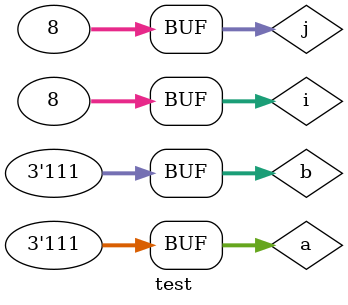
<source format=v>


module three_bits_fullsubtractor_nor (c,a,b);
output [3:0] c;
input [2:0] a;
input [2:0] b;


halfsubtractor_nor HS1 (carry1,c[0],a[0],b[0]);
fullsubtractor_nor FS1 (carry2,c[1],a[1],b[1],carry1);
fullsubtractor_nor FS2 (c[3],c[2],a[2],b[2],carry2);

endmodule // 4_bits_full_adder_nor


// -------------------------------
// -- full subtractor with NOR gate
// -------------------------------

module fullsubtractor_nor (c1,c0,r,s,t);
output c0,c1;
input r,s,t;

halfsubtractor_nor HS1 (cout,carry1,r,s);
halfsubtractor_nor HS2 (c0,carry2,cout,t);
or_nor OR1 (c1,carry1,carry2);

endmodule // full_subtractor




/// -------------------------------
// -- half subtractor with NOR gate
// -------------------------------

module halfsubtractor_nor (s0, s1, a, b);
 output s0,s1;
 input  a, b;
 
  xor_nor XOR1 (s0,a,b);
  not_nor NOT1(temp1, a);
  and_nor AND1 (s1,temp1,b);

endmodule // halfsubtractor_nor

// ---------------------
// -- xor with NOR gate
// ---------------------

module xor_nor (s, a, b);
 output s;
 input  a, b;
 wire temp1,temp2,temp3,temp4,temp5,temp6;
 
  nor NOR1 (temp1,b,b);
  nor NOR2 (temp2,a,a);
  nor NOR3 (temp3,a,temp1);
  nor NOR4 (temp4,b,temp2);
  nor NOR5 (temp5, temp3, temp4); 
  nor NOR6 (s, temp5, temp5); 
  
endmodule // xor_nor


// ---------------------
// -- and with NOR gate
// ---------------------

module and_nor (s, a, b);
 output s;
 input  a, b;
 wire temp1,temp2;
 
  nor NOR1 (temp1,a,a);
  nor NOR2 (temp2,b,b);
  nor NOR3 (s, temp1,temp2);

endmodule // and_nor

// ---------------------
// -- or with NOR gate
// ---------------------

module or_nor (s, a, b);
 output s;
 input  a, b;
 wire temp1;
 
  nor NOR1 (temp1,a,b);
  nor NOR2 (s,temp1,temp1);
  
endmodule // or_nor

// ---------------------
// -- not with NOR gate
// ---------------------

module not_nor (s, a);
 output s;
 input  a;
 
  nor NOR1 (s,a,a);
  
endmodule // not_nor


// --------------------------------------
// -- test 3_bits_fullsubtractor_nor
// --------------------------------------

module test;
 reg [2:0]  a;
 reg [2:0]  b;
 wire [3:0] c;
 integer i,j;
          
// instancia
 three_bits_fullsubtractor_nor TBFS1 (c,a,b);
 
initial begin:start
      a=0; b=0;
 end
 
 
 // parte principal
 initial begin:main
      $display("Guia 05_02 - Alyson Deives - 416589");
      $display("Full Subtractor de 3 bits\n");
		$display("\n// --   A   -   B  =   S  \n");
		$monitor("// --  %b%b%b - %b%b%b = %b%b%b%b", a[2],a[1],a[0],b[2],b[1],b[0],c[3],c[2],c[1],c[0]); 
  for(i=0;i<=7;i=i+1) 
  	begin
	
  		for(j=0;j<=7;j=j+1) 
  			begin
			#1 a = i;b=j;
								 			 
  		end	
  end 
end    

endmodule // test_3_bits_fullsubtractor_nor


	 // -----------------------------
	 // -- TESTE
	 // -----------------------------
	 //--Guia 05_02 - Alyson Deives - 416589
	 //--Full Subtractor de 3 bits
	 //--    A  -  B  =  S
	 
    // --  000 - 000 = 0000
    // --  000 - 001 = 1111
    // --  000 - 010 = 1110
    // --  000 - 011 = 1101
    // --  000 - 100 = 1100
    // --  000 - 101 = 1011
    // --  000 - 110 = 1010
    // --  000 - 111 = 1001
    // --  001 - 000 = 1110
    // --  001 - 001 = 0000
    // --  001 - 010 = 1100
    // --  001 - 011 = 1110
    // --  001 - 100 = 1010
    // --  001 - 101 = 1100
    // --  001 - 110 = 1000
    // --  001 - 111 = 1010
    // --  010 - 000 = 0010
    // --  010 - 001 = 0001
    // --  010 - 010 = 0000
    // --  010 - 011 = 1111
    // --  010 - 100 = 1110
    // --  010 - 101 = 1101
    // --  010 - 110 = 1100
    // --  010 - 111 = 1011
    // --  011 - 000 = 0000
    // --  011 - 001 = 0010
    // --  011 - 010 = 1110
    // --  011 - 011 = 0000
    // --  011 - 100 = 1100
    // --  011 - 101 = 1110
    // --  011 - 110 = 1010
    // --  011 - 111 = 1100
    // --  100 - 000 = 0100
    // --  100 - 001 = 0011
    // --  100 - 010 = 0010
    // --  100 - 011 = 0001
    // --  100 - 100 = 0000
    // --  100 - 101 = 1111
    // --  100 - 110 = 1110
    // --  100 - 111 = 1101
    // --  101 - 000 = 0010
    // --  101 - 001 = 0100
    // --  101 - 010 = 0000
    // --  101 - 011 = 0010
    // --  101 - 100 = 1110
    // --  101 - 101 = 0000
    // --  101 - 110 = 1100
    // --  101 - 111 = 1110
    // --  110 - 000 = 0110
    // --  110 - 001 = 0101
    // --  110 - 010 = 0100
    // --  110 - 011 = 0011
    // --  110 - 100 = 0010
    // --  110 - 101 = 0001
    // --  110 - 110 = 0000
    // --  110 - 111 = 1111
    // --  111 - 000 = 0100
    // --  111 - 001 = 0110
    // --  111 - 010 = 0010
    // --  111 - 011 = 0100
    // --  111 - 100 = 0000
    // --  111 - 101 = 0010
    // --  111 - 110 = 1110
    // --  111 - 111 = 0000
</source>
